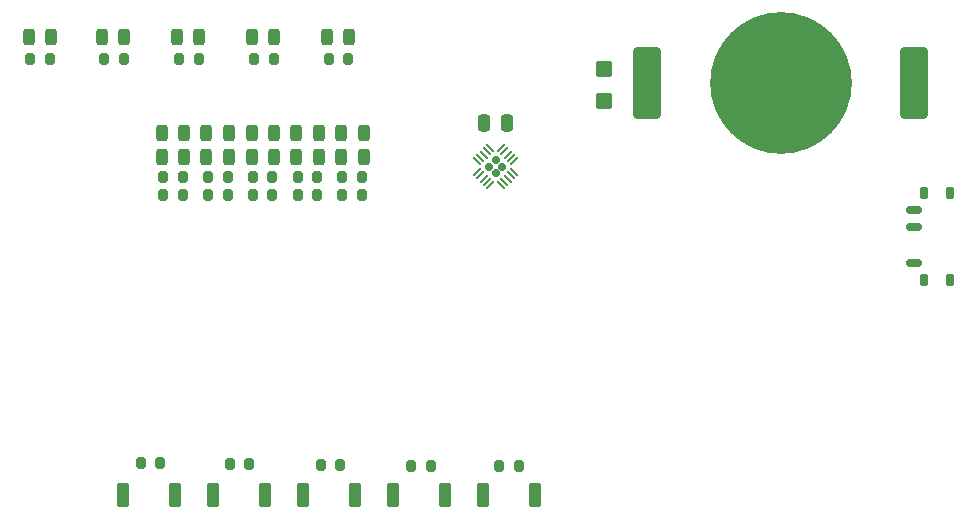
<source format=gtp>
G04 #@! TF.GenerationSoftware,KiCad,Pcbnew,9.0.3*
G04 #@! TF.CreationDate,2025-08-18T11:47:16+01:00*
G04 #@! TF.ProjectId,tester_pcb_business_card,74657374-6572-45f7-9063-625f62757369,rev?*
G04 #@! TF.SameCoordinates,Original*
G04 #@! TF.FileFunction,Paste,Top*
G04 #@! TF.FilePolarity,Positive*
%FSLAX46Y46*%
G04 Gerber Fmt 4.6, Leading zero omitted, Abs format (unit mm)*
G04 Created by KiCad (PCBNEW 9.0.3) date 2025-08-18 11:47:16*
%MOMM*%
%LPD*%
G01*
G04 APERTURE LIST*
G04 Aperture macros list*
%AMRoundRect*
0 Rectangle with rounded corners*
0 $1 Rounding radius*
0 $2 $3 $4 $5 $6 $7 $8 $9 X,Y pos of 4 corners*
0 Add a 4 corners polygon primitive as box body*
4,1,4,$2,$3,$4,$5,$6,$7,$8,$9,$2,$3,0*
0 Add four circle primitives for the rounded corners*
1,1,$1+$1,$2,$3*
1,1,$1+$1,$4,$5*
1,1,$1+$1,$6,$7*
1,1,$1+$1,$8,$9*
0 Add four rect primitives between the rounded corners*
20,1,$1+$1,$2,$3,$4,$5,0*
20,1,$1+$1,$4,$5,$6,$7,0*
20,1,$1+$1,$6,$7,$8,$9,0*
20,1,$1+$1,$8,$9,$2,$3,0*%
G04 Aperture macros list end*
%ADD10RoundRect,0.243750X-0.243750X-0.456250X0.243750X-0.456250X0.243750X0.456250X-0.243750X0.456250X0*%
%ADD11RoundRect,0.250000X-0.445000X0.457500X-0.445000X-0.457500X0.445000X-0.457500X0.445000X0.457500X0*%
%ADD12RoundRect,0.360000X-0.840000X-2.690000X0.840000X-2.690000X0.840000X2.690000X-0.840000X2.690000X0*%
%ADD13C,12.000000*%
%ADD14RoundRect,0.157500X-0.367500X-0.842500X0.367500X-0.842500X0.367500X0.842500X-0.367500X0.842500X0*%
%ADD15RoundRect,0.200000X0.200000X0.275000X-0.200000X0.275000X-0.200000X-0.275000X0.200000X-0.275000X0*%
%ADD16RoundRect,0.200000X-0.200000X-0.275000X0.200000X-0.275000X0.200000X0.275000X-0.200000X0.275000X0*%
%ADD17RoundRect,0.150000X0.500000X-0.150000X0.500000X0.150000X-0.500000X0.150000X-0.500000X-0.150000X0*%
%ADD18RoundRect,0.175000X0.175000X-0.350000X0.175000X0.350000X-0.175000X0.350000X-0.175000X-0.350000X0*%
%ADD19RoundRect,0.250000X0.250000X0.475000X-0.250000X0.475000X-0.250000X-0.475000X0.250000X-0.475000X0*%
%ADD20RoundRect,0.167500X0.000000X-0.236881X0.236881X0.000000X0.000000X0.236881X-0.236881X0.000000X0*%
%ADD21RoundRect,0.050000X-0.229810X-0.300520X0.300520X0.229810X0.229810X0.300520X-0.300520X-0.229810X0*%
%ADD22RoundRect,0.050000X0.229810X-0.300520X0.300520X-0.229810X-0.229810X0.300520X-0.300520X0.229810X0*%
G04 APERTURE END LIST*
D10*
X83570600Y-82956400D03*
X85445600Y-82956400D03*
X79760600Y-82956400D03*
X81635600Y-82956400D03*
X75973700Y-82956400D03*
X77848700Y-82956400D03*
X72140600Y-82956400D03*
X74015600Y-82956400D03*
X83570600Y-84988400D03*
X85445600Y-84988400D03*
X79760600Y-84988400D03*
X81635600Y-84988400D03*
X75973700Y-84988400D03*
X77848700Y-84988400D03*
X72140600Y-84988400D03*
X74015600Y-84988400D03*
D11*
X105765600Y-77590700D03*
X105765600Y-80295700D03*
D12*
X132080000Y-78740000D03*
X109423200Y-78740000D03*
D13*
X120751600Y-78740000D03*
D14*
X87934800Y-113627100D03*
X92384800Y-113627100D03*
X72694800Y-113627100D03*
X77144800Y-113627100D03*
X80314800Y-113627100D03*
X84764800Y-113627100D03*
X65074800Y-113627100D03*
X69524800Y-113627100D03*
X95554800Y-113627100D03*
X100004800Y-113627100D03*
D15*
X83643200Y-88239600D03*
X85293200Y-88239600D03*
X65137000Y-76707200D03*
X63487000Y-76707200D03*
D10*
X69673700Y-74878400D03*
X71548700Y-74878400D03*
D16*
X66586600Y-110947200D03*
X68236600Y-110947200D03*
D15*
X84136200Y-76707200D03*
X82486200Y-76707200D03*
X77837000Y-76707200D03*
X76187000Y-76707200D03*
X83643200Y-86715600D03*
X85293200Y-86715600D03*
X81507600Y-86715600D03*
X79857600Y-86715600D03*
X58888600Y-76707200D03*
X57238600Y-76707200D03*
X77697600Y-88239600D03*
X76047600Y-88239600D03*
D10*
X57126100Y-74878400D03*
X59001100Y-74878400D03*
D17*
X132080000Y-93980000D03*
X132080000Y-90980000D03*
X132080000Y-89480000D03*
D18*
X132930000Y-95405000D03*
X135130000Y-95405000D03*
X132930000Y-88055000D03*
X135130000Y-88055000D03*
D10*
X63323700Y-74878400D03*
X65198700Y-74878400D03*
X82322900Y-74878400D03*
X84197900Y-74878400D03*
D15*
X70154800Y-86715600D03*
X68504800Y-86715600D03*
D16*
X74105000Y-111048800D03*
X75755000Y-111048800D03*
D15*
X72288400Y-86715600D03*
X73938400Y-86715600D03*
D16*
X89485200Y-111201200D03*
X91135200Y-111201200D03*
D15*
X71487000Y-76707200D03*
X69837000Y-76707200D03*
D16*
X96952800Y-111150400D03*
X98602800Y-111150400D03*
X81826600Y-111099600D03*
X83476600Y-111099600D03*
D15*
X70154800Y-88239600D03*
X68504800Y-88239600D03*
X72288400Y-88239600D03*
X73938400Y-88239600D03*
D10*
X76023700Y-74878400D03*
X77898700Y-74878400D03*
D15*
X77697600Y-86715600D03*
X76047600Y-86715600D03*
D19*
X97569300Y-82130700D03*
X95669300Y-82130700D03*
D20*
X96051072Y-85842700D03*
X96630900Y-86422528D03*
X96630900Y-85262872D03*
X97210728Y-85842700D03*
D21*
X95039910Y-86302319D03*
X95322752Y-86585162D03*
X95605595Y-86868005D03*
X95888438Y-87150848D03*
X96171281Y-87433690D03*
D22*
X97090519Y-87433690D03*
X97373362Y-87150848D03*
X97656205Y-86868005D03*
X97939048Y-86585162D03*
X98221890Y-86302319D03*
D21*
X98221890Y-85383081D03*
X97939048Y-85100238D03*
X97656205Y-84817395D03*
X97373362Y-84534552D03*
X97090519Y-84251710D03*
D22*
X96171281Y-84251710D03*
X95888438Y-84534552D03*
X95605595Y-84817395D03*
X95322752Y-85100238D03*
X95039910Y-85383081D03*
D15*
X81507600Y-88239600D03*
X79857600Y-88239600D03*
D10*
X68353700Y-82956400D03*
X70228700Y-82956400D03*
X68353700Y-84988400D03*
X70228700Y-84988400D03*
M02*

</source>
